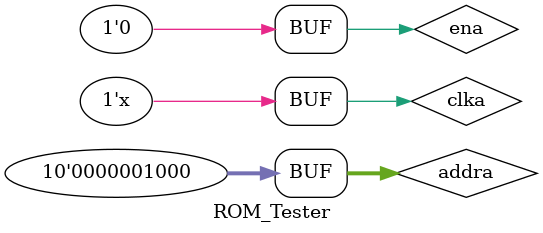
<source format=v>
`timescale 1ns / 1ps


module ROM_Tester;

	// Inputs
	reg clka;
	reg ena;
	reg [9:0] addra;

	// Outputs
	wire [31:0] douta;

	// Instantiate the Unit Under Test (UUT)
	InstructionMemory uut (
		.clka(clka), 
		.ena(ena), 
		.addra(addra), 
		.douta(douta)
	);

	always #10 clka=~clka;

	initial begin
		// Initialize Inputs
		clka = 0;
		addra = 0;
		ena=0;

		// Wait 100 ns for global reset to finish
		#100;
		addra = 1;  
		#20;
		addra = 2;
		#20;
		addra = 3;
		#20;
		addra = 4;
		#20;
		addra = 5;
		#20;
		addra = 6;
		#20;
		addra = 7;
		#20;
		addra = 8;

	end
      
endmodule


</source>
